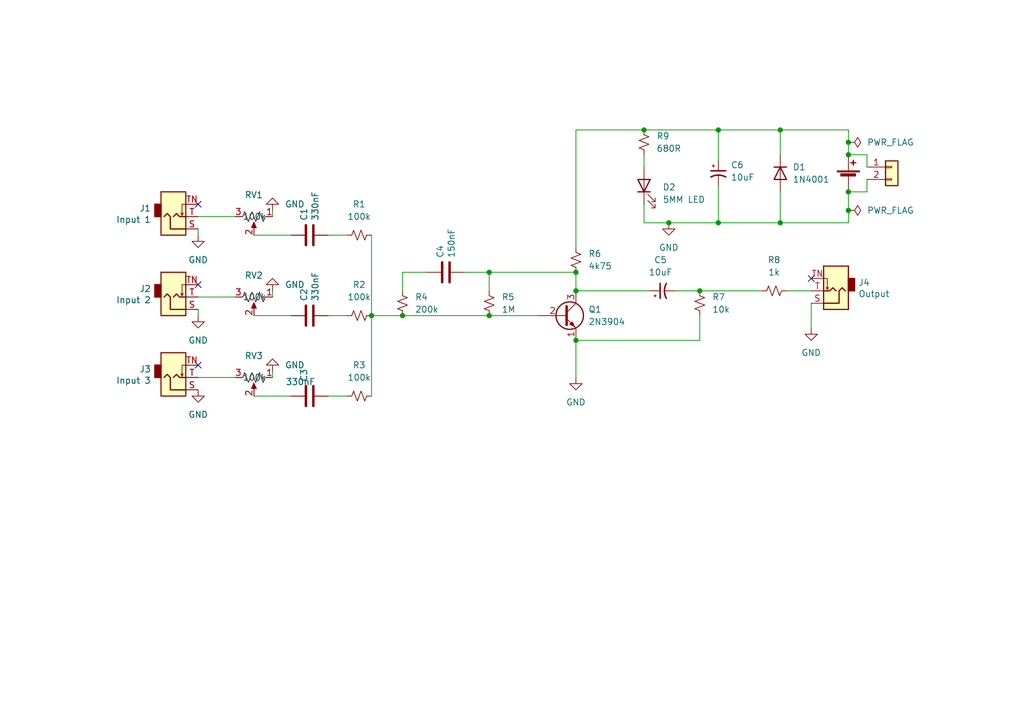
<source format=kicad_sch>
(kicad_sch (version 20211123) (generator eeschema)
  (paper "A5")
  (title_block (title "+9v NPN Synth Mixer") (rev "1"))
  (lib_symbols
    (symbol "Connector:AudioJack2_SwitchT"
      (property "Reference" "J" (at 0 8.89 0))
      (property "Value" "AudioJack2_SwitchT" (at 0 6.35 0))
      (symbol "AudioJack2_SwitchT_0_1"
        (rectangle (start -2.54 0) (end -3.81 -2.54) (stroke (width 0.254)) (fill (type outline)))
        (polyline (pts (xy 1.778 -0.254) (xy 2.032 -0.762)))
        (polyline (pts (xy 0 0) (xy 0.635 -0.635) (xy 1.27 0) (xy 2.54 0)) (stroke (width 0.254)))
        (polyline (pts (xy 2.54 -2.54) (xy 1.778 -2.54) (xy 1.778 -0.254) (xy 1.524 -0.762)))
        (polyline (pts (xy 2.54 2.54) (xy -0.635 2.54) (xy -0.635 0) (xy -1.27 -0.635) (xy -1.905 0)) (stroke (width 0.254)))
        (rectangle (start 2.54 3.81) (end -2.54 -5.08) (stroke (width 0.254)) (fill (type background)))
      )
      (symbol "AudioJack2_SwitchT_1_1"
        (pin passive line (at 5.08 2.54 180) (length 2.54) (name "~") (number "S"))
        (pin passive line (at 5.08 0 180) (length 2.54) (name "~") (number "T"))
        (pin passive line (at 5.08 -2.54 180) (length 2.54) (name "~") (number "TN"))
      )
    )
    (symbol "Connector_Generic:Conn_01x02" (pin_names (offset 1.016) hide)
      (property "Reference" "J" (at 0 2.54 0))
      (property "Value" "Conn_01x02" (at 0 -5.08 0))
      (symbol "Conn_01x02_1_1"
        (rectangle (start -1.27 -2.413) (end 0 -2.667) (stroke (width 0.1524)))
        (rectangle (start -1.27 0.127) (end 0 -0.127) (stroke (width 0.1524)))
        (rectangle (start -1.27 1.27) (end 1.27 -3.81) (stroke (width 0.254)) (fill (type background)))
        (pin passive line (at -5.08 0 0) (length 3.81) (name "Pin_1") (number "1"))
        (pin passive line (at -5.08 -2.54 0) (length 3.81) (name "Pin_2") (number "2"))
      )
    )
    (symbol "Device:Battery_Cell" (pin_numbers hide) (pin_names (offset 0) hide)
      (property "Reference" "BT" (at 2.54 2.54 0))
      (property "Value" "Battery_Cell" (at 2.54 0 0))
      (symbol "Battery_Cell_0_1"
        (rectangle (start -2.286 1.778) (end 2.286 1.524) (fill (type outline)))
        (rectangle (start -1.5748 1.1938) (end 1.4732 0.6858) (fill (type outline)))
        (polyline (pts (xy 0 0.762) (xy 0 0)))
        (polyline (pts (xy 0 1.778) (xy 0 2.54)))
        (polyline (pts (xy 0.508 3.429) (xy 1.524 3.429)) (stroke (width 0.254)))
        (polyline (pts (xy 1.016 3.937) (xy 1.016 2.921)) (stroke (width 0.254)))
      )
      (symbol "Battery_Cell_1_1"
        (pin passive line (at 0 5.08 270) (length 2.54) (name "+") (number "1"))
        (pin passive line (at 0 -2.54 90) (length 2.54) (name "-") (number "2"))
      )
    )
    (symbol "Device:C" (pin_numbers hide) (pin_names (offset 0.254))
      (property "Reference" "C" (at 0.635 2.54 0))
      (property "Value" "C" (at 0.635 -2.54 0))
      (symbol "C_0_1"
        (polyline (pts (xy -2.032 -0.762) (xy 2.032 -0.762)) (stroke (width 0.508)))
        (polyline (pts (xy -2.032 0.762) (xy 2.032 0.762)) (stroke (width 0.508)))
      )
      (symbol "C_1_1"
        (pin passive line (at 0 3.81 270) (length 2.794) (name "~") (number "1"))
        (pin passive line (at 0 -3.81 90) (length 2.794) (name "~") (number "2"))
      )
    )
    (symbol "Device:C_Polarized_Small_US" (pin_numbers hide) (pin_names (offset 0.254) hide)
      (property "Reference" "C" (at 0.254 1.778 0))
      (property "Value" "C_Polarized_Small_US" (at 0.254 -2.032 0))
      (symbol "C_Polarized_Small_US_0_1"
        (polyline (pts (xy -1.524 0.508) (xy 1.524 0.508)) (stroke (width 0.3048)))
        (polyline (pts (xy -1.27 1.524) (xy -0.762 1.524)))
        (polyline (pts (xy -1.016 1.27) (xy -1.016 1.778)))
        (arc (start 1.524 -0.762) (mid 0 -0.3734) (end -1.524 -0.762) (stroke (width 0.3048)))
      )
      (symbol "C_Polarized_Small_US_1_1"
        (pin passive line (at 0 2.54 270) (length 2.032) (name "~") (number "1"))
        (pin passive line (at 0 -2.54 90) (length 2.032) (name "~") (number "2"))
      )
    )
    (symbol "Device:LED" (pin_numbers hide) (pin_names (offset 1.016) hide)
      (property "Reference" "D" (at 0 2.54 0))
      (property "Value" "LED" (at 0 -2.54 0))
      (symbol "LED_0_1"
        (polyline (pts (xy -1.27 -1.27) (xy -1.27 1.27)) (stroke (width 0.254)))
        (polyline (pts (xy -1.27 0) (xy 1.27 0)))
        (polyline (pts (xy 1.27 -1.27) (xy 1.27 1.27) (xy -1.27 0) (xy 1.27 -1.27)) (stroke (width 0.254)))
        (polyline (pts (xy -3.048 -0.762) (xy -4.572 -2.286) (xy -3.81 -2.286) (xy -4.572 -2.286) (xy -4.572 -1.524)))
        (polyline (pts (xy -1.778 -0.762) (xy -3.302 -2.286) (xy -2.54 -2.286) (xy -3.302 -2.286) (xy -3.302 -1.524)))
      )
      (symbol "LED_1_1"
        (pin passive line (at -3.81 0 0) (length 2.54) (name "K") (number "1"))
        (pin passive line (at 3.81 0 180) (length 2.54) (name "A") (number "2"))
      )
    )
    (symbol "Device:R_Potentiometer_US" (pin_names (offset 1.016) hide)
      (property "Reference" "RV" (at -4.445 0 90))
      (property "Value" "R_Potentiometer_US" (at -2.54 0 90))
      (symbol "R_Potentiometer_US_0_1"
        (polyline (pts (xy 0 -2.286) (xy 0 -2.54)))
        (polyline (pts (xy 0 2.54) (xy 0 2.286)))
        (polyline (pts (xy 2.54 0) (xy 1.524 0)))
        (polyline (pts (xy 1.143 0) (xy 2.286 0.508) (xy 2.286 -0.508) (xy 1.143 0)) (fill (type outline)))
        (polyline (pts (xy 0 -0.762) (xy 1.016 -1.143) (xy 0 -1.524) (xy -1.016 -1.905) (xy 0 -2.286)))
        (polyline (pts (xy 0 0.762) (xy 1.016 0.381) (xy 0 0) (xy -1.016 -0.381) (xy 0 -0.762)))
        (polyline (pts (xy 0 2.286) (xy 1.016 1.905) (xy 0 1.524) (xy -1.016 1.143) (xy 0 0.762)))
      )
      (symbol "R_Potentiometer_US_1_1"
        (pin passive line (at 0 3.81 270) (length 1.27) (name "1") (number "1"))
        (pin passive line (at 3.81 0 180) (length 1.27) (name "2") (number "2"))
        (pin passive line (at 0 -3.81 90) (length 1.27) (name "3") (number "3"))
      )
    )
    (symbol "Device:R_Small_US" (pin_numbers hide) (pin_names (offset 0.254) hide)
      (property "Reference" "R" (at 0.762 0.508 0))
      (property "Value" "R_Small_US" (at 0.762 -1.016 0))
      (symbol "R_Small_US_1_1"
        (polyline (pts (xy 0 0) (xy 1.016 -0.381) (xy 0 -0.762) (xy -1.016 -1.143) (xy 0 -1.524)))
        (polyline (pts (xy 0 1.524) (xy 1.016 1.143) (xy 0 0.762) (xy -1.016 0.381) (xy 0 0)))
        (pin passive line (at 0 2.54 270) (length 1.016) (name "~") (number "1"))
        (pin passive line (at 0 -2.54 90) (length 1.016) (name "~") (number "2"))
      )
    )
    (symbol "Diode:1N4001" (pin_numbers hide) (pin_names hide)
      (property "Reference" "D" (at 0 2.54 0))
      (property "Value" "1N4001" (at 0 -2.54 0))
      (symbol "1N4001_0_1"
        (polyline (pts (xy -1.27 1.27) (xy -1.27 -1.27)) (stroke (width 0.254)))
        (polyline (pts (xy 1.27 0) (xy -1.27 0)))
        (polyline (pts (xy 1.27 1.27) (xy 1.27 -1.27) (xy -1.27 0) (xy 1.27 1.27)) (stroke (width 0.254)))
      )
      (symbol "1N4001_1_1"
        (pin passive line (at -3.81 0 0) (length 2.54) (name "K") (number "1"))
        (pin passive line (at 3.81 0 180) (length 2.54) (name "A") (number "2"))
      )
    )
    (symbol "Transistor_BJT:2N3904" (pin_names (offset 0) hide)
      (property "Reference" "Q" (at 5.08 1.905 0))
      (property "Value" "2N3904" (at 5.08 0 0))
      (symbol "2N3904_0_1"
        (polyline (pts (xy 0.635 0.635) (xy 2.54 2.54)))
        (polyline (pts (xy 0.635 -0.635) (xy 2.54 -2.54) (xy 2.54 -2.54)))
        (polyline (pts (xy 0.635 1.905) (xy 0.635 -1.905) (xy 0.635 -1.905)) (stroke (width 0.508)))
        (polyline (pts (xy 1.27 -1.778) (xy 1.778 -1.27) (xy 2.286 -2.286) (xy 1.27 -1.778) (xy 1.27 -1.778)) (fill (type outline)))
        (circle (center 1.27 0) (radius 2.8194) (stroke (width 0.254)))
      )
      (symbol "2N3904_1_1"
        (pin passive line (at 2.54 -5.08 90) (length 2.54) (name "E") (number "1"))
        (pin passive line (at -5.08 0 0) (length 5.715) (name "B") (number "2"))
        (pin passive line (at 2.54 5.08 270) (length 2.54) (name "C") (number "3"))
      )
    )
    (symbol "power:GND" (power) (pin_names (offset 0))
      (property "Value" "GND" (at 0 -3.81 0))
      (symbol "GND_0_1"
        (polyline (pts (xy 0 0) (xy 0 -1.27) (xy 1.27 -1.27) (xy 0 -2.54) (xy -1.27 -1.27) (xy 0 -1.27)))
      )
      (symbol "GND_1_1"
        (pin power_in line (at 0 0 270) (length 0) hide (name "GND") (number "1"))
      )
    )
    (symbol "power:PWR_FLAG" (power) (pin_numbers hide) (pin_names (offset 0) hide)
      (property "Value" "PWR_FLAG" (at 0 3.81 0))
      (symbol "PWR_FLAG_0_0"
        (pin power_out line (at 0 0 90) (length 0) (name "pwr") (number "1"))
      )
      (symbol "PWR_FLAG_0_1"
        (polyline (pts (xy 0 0) (xy 0 1.27) (xy -1.016 1.905) (xy 0 2.54) (xy 1.016 1.905) (xy 0 1.27)))
      )
    )
  )
  (junction (at 143.51 59.69))
  (junction (at 173.99 39.37))
  (junction (at 118.11 59.69))
  (junction (at 137.16 45.72))
  (junction (at 173.99 43.18))
  (junction (at 147.32 45.72))
  (junction (at 100.33 55.88))
  (junction (at 100.33 64.77))
  (junction (at 76.2 64.77))
  (junction (at 173.99 31.75))
  (junction (at 173.99 29.21))
  (junction (at 82.55 64.77))
  (junction (at 118.11 69.85))
  (junction (at 132.08 26.67))
  (junction (at 147.32 26.67))
  (junction (at 118.11 55.88))
  (junction (at 160.02 45.72))
  (junction (at 160.02 26.67))
  (no_connect (at 166.37 57.15))
  (no_connect (at 40.64 58.42))
  (no_connect (at 40.64 41.91))
  (no_connect (at 40.64 74.93))
  (wire (pts (xy 166.37 67.31) (xy 166.37 62.23)))
  (wire (pts (xy 132.08 26.67) (xy 147.32 26.67)))
  (wire (pts (xy 173.99 31.75) (xy 173.99 29.21)))
  (wire (pts (xy 177.8 39.37) (xy 173.99 39.37)))
  (wire (pts (xy 40.64 64.77) (xy 40.64 63.5)))
  (wire (pts (xy 82.55 59.69) (xy 82.55 55.88)))
  (wire (pts (xy 67.31 64.77) (xy 71.12 64.77)))
  (wire (pts (xy 137.16 45.72) (xy 132.08 45.72)))
  (wire (pts (xy 100.33 59.69) (xy 100.33 55.88)))
  (wire (pts (xy 173.99 26.67) (xy 160.02 26.67)))
  (wire (pts (xy 161.29 59.69) (xy 166.37 59.69)))
  (wire (pts (xy 177.8 34.29) (xy 177.8 31.75)))
  (wire (pts (xy 147.32 26.67) (xy 147.32 33.02)))
  (wire (pts (xy 52.07 64.77) (xy 59.69 64.77)))
  (wire (pts (xy 177.8 31.75) (xy 173.99 31.75)))
  (wire (pts (xy 132.08 41.91) (xy 132.08 45.72)))
  (wire (pts (xy 52.07 81.28) (xy 59.69 81.28)))
  (wire (pts (xy 173.99 43.18) (xy 173.99 45.72)))
  (wire (pts (xy 118.11 26.67) (xy 132.08 26.67)))
  (wire (pts (xy 82.55 55.88) (xy 87.63 55.88)))
  (wire (pts (xy 76.2 48.26) (xy 76.2 64.77)))
  (wire (pts (xy 40.64 44.45) (xy 48.26 44.45)))
  (wire (pts (xy 76.2 64.77) (xy 82.55 64.77)))
  (wire (pts (xy 160.02 45.72) (xy 147.32 45.72)))
  (wire (pts (xy 138.43 59.69) (xy 143.51 59.69)))
  (wire (pts (xy 52.07 48.26) (xy 59.69 48.26)))
  (wire (pts (xy 118.11 59.69) (xy 133.35 59.69)))
  (wire (pts (xy 173.99 39.37) (xy 173.99 43.18)))
  (wire (pts (xy 82.55 64.77) (xy 100.33 64.77)))
  (wire (pts (xy 147.32 38.1) (xy 147.32 45.72)))
  (wire (pts (xy 143.51 64.77) (xy 143.51 69.85)))
  (wire (pts (xy 147.32 26.67) (xy 160.02 26.67)))
  (wire (pts (xy 95.25 55.88) (xy 100.33 55.88)))
  (wire (pts (xy 173.99 45.72) (xy 160.02 45.72)))
  (wire (pts (xy 55.88 59.69) (xy 55.88 60.96)))
  (wire (pts (xy 67.31 81.28) (xy 71.12 81.28)))
  (wire (pts (xy 147.32 45.72) (xy 137.16 45.72)))
  (wire (pts (xy 100.33 64.77) (xy 110.49 64.77)))
  (wire (pts (xy 55.88 76.2) (xy 55.88 77.47)))
  (wire (pts (xy 76.2 81.28) (xy 76.2 64.77)))
  (wire (pts (xy 40.64 48.26) (xy 40.64 46.99)))
  (wire (pts (xy 67.31 48.26) (xy 71.12 48.26)))
  (wire (pts (xy 118.11 55.88) (xy 118.11 59.69)))
  (wire (pts (xy 118.11 69.85) (xy 118.11 77.47)))
  (wire (pts (xy 160.02 39.37) (xy 160.02 45.72)))
  (wire (pts (xy 118.11 69.85) (xy 143.51 69.85)))
  (wire (pts (xy 118.11 50.8) (xy 118.11 26.67)))
  (wire (pts (xy 40.64 60.96) (xy 48.26 60.96)))
  (wire (pts (xy 177.8 36.83) (xy 177.8 39.37)))
  (wire (pts (xy 160.02 31.75) (xy 160.02 26.67)))
  (wire (pts (xy 100.33 55.88) (xy 118.11 55.88)))
  (wire (pts (xy 40.64 77.47) (xy 48.26 77.47)))
  (wire (pts (xy 132.08 31.75) (xy 132.08 34.29)))
  (wire (pts (xy 173.99 29.21) (xy 173.99 26.67)))
  (wire (pts (xy 55.88 43.18) (xy 55.88 44.45)))
  (wire (pts (xy 143.51 59.69) (xy 156.21 59.69)))
  (symbol (lib_id "Device:C") (at 63.5 81.28 90) (unit 1)
    (property "Reference" "C3" (at 62.3316 78.359 0) (effects (justify left)))
    (property "Value" "330nF" (at 64.643 78.359 90) (effects (justify left)))
    (property "Footprint" "Capacitor_THT:C_Rect_L7.0mm_W2.0mm_P5.00mm" (effects hide))
    (property "Manufacturers Name" "KEMET" (effects hide))
    (property "Manufacturers Part Number" "MMK5334K50J01L4BULK" (effects hide))
    (property "Part Description" "Film Capacitors 50volts 0.33uF 10% LS 5mm" (effects hide))
    (property "Type" "Through-hole" (effects hide))
  )
  (symbol (lib_id "power:GND") (at 166.37 67.31 0) (unit 1)
    (property "Reference" "#PWR0107" (effects hide))
    (property "Value" "GND" (at 166.37 72.39 0))
  )
  (symbol (lib_id "Device:C") (at 63.5 48.26 90) (unit 1)
    (property "Reference" "C1" (at 62.3316 45.339 0) (effects (justify left)))
    (property "Value" "330nF" (at 64.643 45.339 0) (effects (justify left)))
    (property "Footprint" "Capacitor_THT:C_Rect_L7.0mm_W2.0mm_P5.00mm" (effects hide))
    (property "Manufacturers Name" "KEMET" (effects hide))
    (property "Manufacturers Part Number" "MMK5334K50J01L4BULK" (effects hide))
    (property "Part Description" "Film Capacitors 50volts 0.33uF 10% LS 5mm" (effects hide))
    (property "Type" "Through-hole" (effects hide))
  )
  (symbol (lib_id "Transistor_BJT:2N3904") (at 115.57 64.77 0) (unit 1)
    (property "Reference" "Q1" (at 120.65 63.4999 0) (effects (justify left)))
    (property "Value" "2N3904" (at 120.65 66.0399 0) (effects (justify left)))
    (property "Footprint" "Package_TO_SOT_THT:TO-92L_HandSolder" (effects hide))
    (property "Datasheet" "https://www.onsemi.com/pub/Collateral/2N3903-D.PDF" (effects hide))
  )
  (symbol (lib_id "Device:R_Small_US") (at 118.11 53.34 0) (unit 1)
    (property "Reference" "R6" (at 120.65 52.0699 0) (effects (justify left)))
    (property "Value" "4k75" (at 120.65 54.6099 0) (effects (justify left)))
    (property "Footprint" "Resistor_THT:R_Axial_DIN0204_L3.6mm_D1.6mm_P5.08mm_Horizontal" (effects hide))
    (property "Manufacturer ID" "CMF504K7500FHEB" (effects hide))
  )
  (symbol (lib_id "power:GND") (at 40.64 64.77 0) (unit 1)
    (property "Reference" "#PWR0102" (effects hide))
    (property "Value" "GND" (at 40.64 69.85 0))
  )
  (symbol (lib_id "power:GND") (at 55.88 76.2 180) (unit 1)
    (property "Reference" "#PWR0103" (effects hide))
    (property "Value" "GND" (at 58.42 74.9299 0) (effects (justify right)))
  )
  (symbol (lib_id "power:GND") (at 55.88 59.69 180) (unit 1)
    (property "Reference" "#PWR0105" (effects hide))
    (property "Value" "GND" (at 58.42 58.4199 0) (effects (justify right)))
  )
  (symbol (lib_id "Device:R_Small_US") (at 158.75 59.69 90) (unit 1)
    (property "Reference" "R8" (at 158.75 53.34 90))
    (property "Value" "1k" (at 158.75 55.88 90))
    (property "Footprint" "Resistor_THT:R_Axial_DIN0204_L3.6mm_D1.6mm_P5.08mm_Horizontal" (effects hide))
    (property "Manufacturer ID" "CMF501K0000FHEB" (effects hide))
  )
  (symbol (lib_id "Diode:1N4001") (at 160.02 35.56 270) (unit 1)
    (property "Reference" "D1" (at 162.56 34.2899 90) (effects (justify left)))
    (property "Value" "1N4001" (at 162.56 36.8299 90) (effects (justify left)))
    (property "Footprint" "Diode_THT:D_DO-41_SOD81_P10.16mm_Horizontal" (effects hide))
    (property "Datasheet" "http://www.vishay.com/docs/88503/1n4001.pdf" (effects hide))
  )
  (symbol (lib_id "power:PWR_FLAG") (at 173.99 29.21 270) (unit 1)
    (property "Reference" "#FLG01" (effects hide))
    (property "Value" "PWR_FLAG" (at 177.8 29.2099 90) (effects (justify left)))
  )
  (symbol (lib_id "Device:C") (at 91.44 55.88 90) (unit 1)
    (property "Reference" "C4" (at 90.2716 52.959 0) (effects (justify left)))
    (property "Value" "150nF" (at 92.583 52.959 0) (effects (justify left)))
    (property "Footprint" "Capacitor_THT:C_Rect_L7.0mm_W2.0mm_P5.00mm" (effects hide))
    (property "Manufacturers Name" "KEMET" (effects hide))
    (property "Manufacturers Part Number" "MMK5154K50J01L4BULK" (effects hide))
    (property "Part Description" "Film Capacitors 50volts 0.15uF 10% LS 5mm" (effects hide))
    (property "Type" "Through-hole" (effects hide))
  )
  (symbol (lib_id "Device:R_Small_US") (at 143.51 62.23 0) (unit 1)
    (property "Reference" "R7" (at 146.05 60.9599 0) (effects (justify left)))
    (property "Value" "10k" (at 146.05 63.4999 0) (effects (justify left)))
    (property "Footprint" "Resistor_THT:R_Axial_DIN0204_L3.6mm_D1.6mm_P5.08mm_Horizontal" (effects hide))
    (property "Manufacturer ID" "CMF5010K000FHEB" (effects hide))
  )
  (symbol (lib_id "Device:C") (at 63.5 64.77 90) (unit 1)
    (property "Reference" "C2" (at 62.3316 61.849 0) (effects (justify left)))
    (property "Value" "330nF" (at 64.643 61.849 0) (effects (justify left)))
    (property "Footprint" "Capacitor_THT:C_Rect_L7.0mm_W2.0mm_P5.00mm" (effects hide))
    (property "Manufacturers Name" "KEMET" (effects hide))
    (property "Manufacturers Part Number" "MMK5334K50J01L4BULK" (effects hide))
    (property "Part Description" "Film Capacitors 50volts 0.33uF 10% LS 5mm" (effects hide))
    (property "Type" "Through-hole" (effects hide))
  )
  (symbol (lib_id "Device:R_Potentiometer_US") (at 52.07 60.96 270) (unit 1)
    (property "Reference" "RV2" (at 52.07 56.515 90))
    (property "Value" "100k" (at 54.61 60.96 90) (effects (justify right)))
    (property "Footprint" "Potentiometer_THT:Potentiometer_Alps_RK09K_Single_Vertical" (effects hide))
    (property "Datasheet" "https://www.mouser.com/datasheet/2/13/RV09AF-2303609.pdf" (effects hide))
    (property "Manufacturers Name" "Alpha (Taiwan) " (effects hide))
    (property "Manufacturers Part Number" "RV09AF-40-20K-A100K" (effects hide))
    (property "Type" "Through-hole" (effects hide))
  )
  (symbol (lib_id "Device:R_Small_US") (at 73.66 48.26 90) (unit 1)
    (property "Reference" "R1" (at 73.66 41.91 90))
    (property "Value" "100k" (at 73.66 44.45 90))
    (property "Footprint" "Resistor_THT:R_Axial_DIN0204_L3.6mm_D1.6mm_P5.08mm_Horizontal" (effects hide))
    (property "Manufacturer ID" "CMF50100K00FHEB" (effects hide))
  )
  (symbol (lib_id "Device:Battery_Cell") (at 173.99 36.83 0) (unit 1)
    (property "Reference" "BT1" (effects hide))
    (property "Value" "Battery_Cell" (effects hide))
  )
  (symbol (lib_id "Device:C_Polarized_Small_US") (at 135.89 59.69 90) (unit 1)
    (property "Reference" "C5" (at 135.4582 53.34 90))
    (property "Value" "10uF" (at 135.4582 55.88 90))
    (property "Footprint" "Capacitor_THT:CP_Radial_D5.0mm_P2.00mm" (effects hide))
    (property "Datasheet" "https://www.mouser.com/datasheet/2/977/e_MH5-1601090.pdf" (effects hide))
    (property "Manufacturer ID" "25MH510MEFC5X5" (effects hide))
  )
  (symbol (lib_id "Device:R_Small_US") (at 132.08 29.21 0) (unit 1)
    (property "Reference" "R9" (at 134.62 27.9399 0) (effects (justify left)))
    (property "Value" "680R" (at 134.62 30.4799 0) (effects (justify left)))
    (property "Footprint" "Resistor_THT:R_Axial_DIN0204_L3.6mm_D1.6mm_P5.08mm_Horizontal" (effects hide))
    (property "Manufacturer ID" "CMF50681R00FHEB" (effects hide))
  )
  (symbol (lib_id "power:GND") (at 118.11 77.47 0) (unit 1)
    (property "Reference" "#PWR0108" (effects hide))
    (property "Value" "GND" (at 118.11 82.55 0))
  )
  (symbol (lib_id "power:GND") (at 40.64 48.26 0) (unit 1)
    (property "Reference" "#PWR0104" (effects hide))
    (property "Value" "GND" (at 40.64 53.34 0))
  )
  (symbol (lib_id "Device:LED") (at 132.08 38.1 90) (unit 1)
    (property "Reference" "D2" (at 135.89 38.4174 90) (effects (justify right)))
    (property "Value" "5MM LED" (at 135.89 40.9574 90) (effects (justify right)))
    (property "Footprint" "LED_THT:LED_D5.0mm" (effects hide))
    (property "Type" "Through-hole" (effects hide))
    (property "LTH5MM12VFR4100" "LTH5MM12VFR4100" (effects hide))
  )
  (symbol (lib_id "Device:R_Potentiometer_US") (at 52.07 77.47 270) (unit 1)
    (property "Reference" "RV3" (at 52.07 73.025 90))
    (property "Value" "100k" (at 54.61 77.47 90) (effects (justify right)))
    (property "Footprint" "Potentiometer_THT:Potentiometer_Alps_RK09K_Single_Vertical" (effects hide))
    (property "Datasheet" "https://www.mouser.com/datasheet/2/13/RV09AF-2303609.pdf" (effects hide))
    (property "Manufacturers Name" "Alpha (Taiwan) " (effects hide))
    (property "Manufacturers Part Number" "RV09AF-40-20K-A100K" (effects hide))
    (property "Type" "Through-hole" (effects hide))
  )
  (symbol (lib_id "Device:R_Small_US") (at 73.66 64.77 90) (unit 1)
    (property "Reference" "R2" (at 73.66 58.42 90))
    (property "Value" "100k" (at 73.66 60.96 90))
    (property "Footprint" "Resistor_THT:R_Axial_DIN0204_L3.6mm_D1.6mm_P5.08mm_Horizontal" (effects hide))
    (property "Manufacturer ID" "CMF50100K00FHEB" (effects hide))
  )
  (symbol (lib_id "Connector:AudioJack2_SwitchT") (at 35.56 60.96 0) (mirror x) (unit 1)
    (property "Reference" "J2" (at 30.988 59.2582 0) (effects (justify right)))
    (property "Value" "Input 2" (at 30.988 61.5696 0) (effects (justify right)))
    (property "Footprint" "Connector_Audio:Jack_3.5mm_QingPu_WQP-PJ398SM_Vertical_CircularHoles" (effects hide))
    (property "Manufacturers Name" "Tayda Electronics" (effects hide))
    (property "Manufacturers Part Number" "PJ-3001F" (effects hide))
    (property "Type" "Through-hole" (effects hide))
  )
  (symbol (lib_id "power:PWR_FLAG") (at 173.99 43.18 270) (unit 1)
    (property "Reference" "#FLG02" (effects hide))
    (property "Value" "PWR_FLAG" (at 177.8 43.1799 90) (effects (justify left)))
  )
  (symbol (lib_id "Connector:AudioJack2_SwitchT") (at 171.45 59.69 180) (unit 1)
    (property "Reference" "J4" (at 176.022 57.9882 0) (effects (justify right)))
    (property "Value" "Output" (at 176.022 60.2996 0) (effects (justify right)))
    (property "Footprint" "Connector_Audio:Jack_3.5mm_QingPu_WQP-PJ398SM_Vertical_CircularHoles" (effects hide))
    (property "Manufacturers Name" "Tayda Electronics" (effects hide))
    (property "Manufacturers Part Number" "PJ-3001F" (effects hide))
    (property "Type" "Through-hole" (effects hide))
  )
  (symbol (lib_id "power:GND") (at 40.64 80.01 0) (unit 1)
    (property "Reference" "#PWR0101" (effects hide))
    (property "Value" "GND" (at 40.64 85.09 0))
  )
  (symbol (lib_id "Connector:AudioJack2_SwitchT") (at 35.56 44.45 0) (mirror x) (unit 1)
    (property "Reference" "J1" (at 30.988 42.7482 0) (effects (justify right)))
    (property "Value" "Input 1" (at 30.988 45.0596 0) (effects (justify right)))
    (property "Footprint" "Connector_Audio:Jack_3.5mm_QingPu_WQP-PJ398SM_Vertical_CircularHoles" (effects hide))
    (property "Manufacturers Name" "Tayda Electronics" (effects hide))
    (property "Manufacturers Part Number" "PJ-3001F" (effects hide))
    (property "Type" "Through-hole" (effects hide))
  )
  (symbol (lib_id "Connector:AudioJack2_SwitchT") (at 35.56 77.47 0) (mirror x) (unit 1)
    (property "Reference" "J3" (at 30.988 75.7682 0) (effects (justify right)))
    (property "Value" "Input 3" (at 30.988 78.0796 0) (effects (justify right)))
    (property "Footprint" "Connector_Audio:Jack_3.5mm_QingPu_WQP-PJ398SM_Vertical_CircularHoles" (effects hide))
    (property "Manufacturers Name" "Tayda Electronics" (effects hide))
    (property "Manufacturers Part Number" "PJ-3001F" (effects hide))
    (property "Type" "Through-hole" (effects hide))
  )
  (symbol (lib_id "Device:R_Potentiometer_US") (at 52.07 44.45 270) (unit 1)
    (property "Reference" "RV1" (at 52.07 40.005 90))
    (property "Value" "100k" (at 54.61 44.45 90) (effects (justify right)))
    (property "Footprint" "Potentiometer_THT:Potentiometer_Alps_RK09K_Single_Vertical" (effects hide))
    (property "Datasheet" "https://www.mouser.com/datasheet/2/13/RV09AF-2303609.pdf" (effects hide))
    (property "Manufacturers Name" "Alpha (Taiwan) " (effects hide))
    (property "Manufacturers Part Number" "RV09AF-40-20K-A100K" (effects hide))
    (property "Type" "Through-hole" (effects hide))
  )
  (symbol (lib_id "Device:C_Polarized_Small_US") (at 147.32 35.56 0) (unit 1)
    (property "Reference" "C6" (at 149.86 33.8581 0) (effects (justify left)))
    (property "Value" "10uF" (at 149.86 36.3981 0) (effects (justify left)))
    (property "Footprint" "Capacitor_THT:CP_Radial_D5.0mm_P2.00mm" (effects hide))
    (property "Datasheet" "https://www.mouser.com/datasheet/2/977/e_MH5-1601090.pdf" (effects hide))
    (property "Manufacturer ID" "25MH510MEFC5X5" (effects hide))
  )
  (symbol (lib_id "power:GND") (at 137.16 45.72 0) (unit 1)
    (property "Reference" "#PWR0110" (effects hide))
    (property "Value" "GND" (at 137.16 50.8 0))
  )
  (symbol (lib_id "Device:R_Small_US") (at 73.66 81.28 90) (unit 1)
    (property "Reference" "R3" (at 73.66 74.93 90))
    (property "Value" "100k" (at 73.66 77.47 90))
    (property "Footprint" "Resistor_THT:R_Axial_DIN0204_L3.6mm_D1.6mm_P5.08mm_Horizontal" (effects hide))
    (property "Manufacturer ID" "CMF50100K00FHEB" (effects hide))
  )
  (symbol (lib_id "Connector_Generic:Conn_01x02") (at 182.88 34.29 0) (unit 1)
    (property "Reference" "J5" (effects hide))
    (property "Value" "Conn_01x02" (effects hide))
    (property "Footprint" "Connector_PinHeader_2.54mm:PinHeader_1x02_P2.54mm_Vertical" (effects hide))
  )
  (symbol (lib_id "power:GND") (at 55.88 43.18 180) (unit 1)
    (property "Reference" "#PWR0106" (effects hide))
    (property "Value" "GND" (at 58.42 41.9099 0) (effects (justify right)))
  )
  (symbol (lib_id "Device:R_Small_US") (at 100.33 62.23 0) (unit 1)
    (property "Reference" "R5" (at 102.87 60.9599 0) (effects (justify left)))
    (property "Value" "1M" (at 102.87 63.4999 0) (effects (justify left)))
    (property "Footprint" "Resistor_THT:R_Axial_DIN0204_L3.6mm_D1.6mm_P5.08mm_Horizontal" (effects hide))
    (property "Manufacturer ID" "CMF501M0000FHEK" (effects hide))
  )
  (symbol (lib_id "Device:R_Small_US") (at 82.55 62.23 0) (unit 1)
    (property "Reference" "R4" (at 85.09 60.9599 0) (effects (justify left)))
    (property "Value" "200k" (at 85.09 63.4999 0) (effects (justify left)))
    (property "Footprint" "Resistor_THT:R_Axial_DIN0204_L3.6mm_D1.6mm_P5.08mm_Horizontal" (effects hide))
    (property "Manufacturer ID" "CMF50200K00FHEB" (effects hide))
  )
)
</source>
